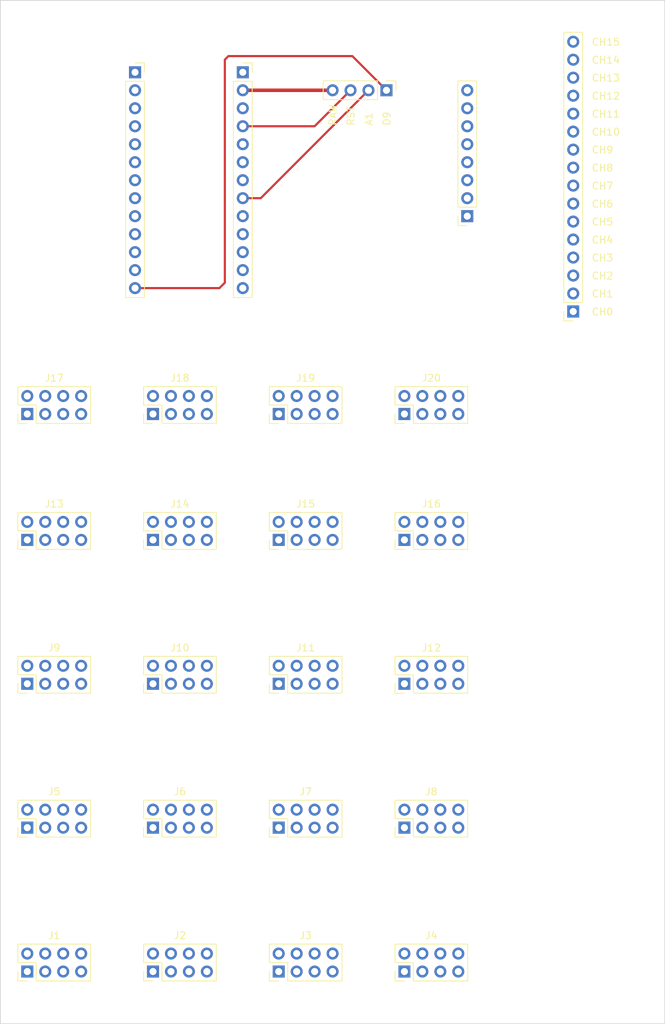
<source format=kicad_pcb>
(kicad_pcb (version 20221018) (generator pcbnew)
  (layers (0 "F.Cu" signal) (31 "B.Cu" power) (34 "B.Paste" user) (35 "F.Paste" user) (36 "B.SilkS" user "B.Silkscreen") (37 "F.SilkS" user "F.Silkscreen") (38 "B.Mask" user) (39 "F.Mask" user) (44 "Edge.Cuts" user))
  (net 0 "")
  (net 1 "GND")
  (net 2 "+3.3V")
  (net 4 "Net-(J1-Pin_4)")
  (net 6 "Net-(J1-Pin_6)")
  (net 7 "Net-(J1-Pin_7)")
  (net 8 "Net-(J1-Pin_8)")
  (net 10 "Net-(J10-Pin_4)")
  (net 13 "Net-(J11-Pin_4)")
  (net 16 "Net-(J12-Pin_4)")
  (net 18 "Net-(J25-Pin_1)")
  (net 20 "Net-(J22-Pin_3)")
  (net 21 "Net-(J25-Pin_2)")
  (net 23 "Net-(J25-Pin_3)")
  (net 25 "Net-(J25-Pin_4)")
  (net 27 "Net-(J25-Pin_5)")
  (net 29 "Net-(J10-Pin_6)")
  (net 30 "Net-(J10-Pin_3)")
  (net 32 "Net-(J11-Pin_3)")
  (net 34 "Net-(J12-Pin_3)")
  (net 36 "Net-(J13-Pin_3)")
  (net 38 "Net-(J13-Pin_6)")
  (net 39 "Net-(J14-Pin_3)")
  (net 41 "Net-(J15-Pin_3)")
  (net 43 "Net-(J16-Pin_3)")
  (net 45 "Net-(J17-Pin_3)")
  (net 47 "Net-(J17-Pin_6)")
  (net 48 "Net-(J18-Pin_3)")
  (net 50 "Net-(J19-Pin_3)")
  (net 52 "Net-(J20-Pin_3)")
  (net 54 "Net-(J21-Pin_1)")
  (net 55 "Net-(J21-Pin_2)")
  (net 56 "Net-(J21-Pin_3)")
  (net 57 "Net-(J21-Pin_4)")
  (net 60 "Net-(J23-Pin_9)")
  (net 61 "Net-(J23-Pin_10)")
  (net 62 "Net-(J23-Pin_11)")
  (net 63 "Net-(J23-Pin_12)")
  (net 64 "Net-(J23-Pin_13)")
  (footprint "Connector_PinHeader_2.54mm:PinHeader_2x04_P2.54mm_Vertical" (layer "F.Cu") (at 54.61 162.56 90)
    (fp_text reference "J1" (at 5.08 3.81 180) (layer "F.SilkS"))
    (fp_text value "Conn_02x04_Odd_Even" hide)
    (pad "1" thru_hole rect (at 0 0 90) (size 1.7 1.7) (drill 1) (layers "*.Cu" "*.Mask") (net 1 "GND"))
    (pad "2" thru_hole oval (at 2.54 0 90) (size 1.7 1.7) (drill 1) (layers "*.Cu" "*.Mask") (net 2 "+3.3V"))
    (pad "3" thru_hole oval (at 0 2.54 90) (size 1.7 1.7) (drill 1) (layers "*.Cu" "*.Mask"))
    (pad "4" thru_hole oval (at 2.54 2.54 90) (size 1.7 1.7) (drill 1) (layers "*.Cu" "*.Mask") (net 4 "Net-(J1-Pin_4)"))
    (pad "5" thru_hole oval (at 0 5.08 90) (size 1.7 1.7) (drill 1) (layers "*.Cu" "*.Mask"))
    (pad "6" thru_hole oval (at 2.54 5.08 90) (size 1.7 1.7) (drill 1) (layers "*.Cu" "*.Mask") (net 6 "Net-(J1-Pin_6)"))
    (pad "7" thru_hole oval (at 0 7.62 90) (size 1.7 1.7) (drill 1) (layers "*.Cu" "*.Mask") (net 7 "Net-(J1-Pin_7)"))
    (pad "8" thru_hole oval (at 2.54 7.62 90) (size 1.7 1.7) (drill 1) (layers "*.Cu" "*.Mask") (net 8 "Net-(J1-Pin_8)"))
  )
  (footprint "Connector_PinHeader_2.54mm:PinHeader_2x04_P2.54mm_Vertical" (layer "F.Cu") (at 72.39 121.92 90)
    (fp_text reference "J10" (at 5.08 3.81 180) (layer "F.SilkS"))
    (fp_text value "Conn_02x04_Odd_Even" hide)
    (pad "1" thru_hole rect (at 0 0 90) (size 1.7 1.7) (drill 1) (layers "*.Cu" "*.Mask") (net 1 "GND"))
    (pad "2" thru_hole oval (at 2.54 0 90) (size 1.7 1.7) (drill 1) (layers "*.Cu" "*.Mask") (net 2 "+3.3V"))
    (pad "3" thru_hole oval (at 0 2.54 90) (size 1.7 1.7) (drill 1) (layers "*.Cu" "*.Mask") (net 30 "Net-(J10-Pin_3)"))
    (pad "4" thru_hole oval (at 2.54 2.54 90) (size 1.7 1.7) (drill 1) (layers "*.Cu" "*.Mask") (net 10 "Net-(J10-Pin_4)"))
    (pad "5" thru_hole oval (at 0 5.08 90) (size 1.7 1.7) (drill 1) (layers "*.Cu" "*.Mask"))
    (pad "6" thru_hole oval (at 2.54 5.08 90) (size 1.7 1.7) (drill 1) (layers "*.Cu" "*.Mask") (net 29 "Net-(J10-Pin_6)"))
    (pad "7" thru_hole oval (at 0 7.62 90) (size 1.7 1.7) (drill 1) (layers "*.Cu" "*.Mask") (net 7 "Net-(J1-Pin_7)"))
    (pad "8" thru_hole oval (at 2.54 7.62 90) (size 1.7 1.7) (drill 1) (layers "*.Cu" "*.Mask") (net 8 "Net-(J1-Pin_8)"))
  )
  (footprint "Connector_PinHeader_2.54mm:PinHeader_2x04_P2.54mm_Vertical" (layer "F.Cu") (at 54.61 101.6 90)
    (fp_text reference "J13" (at 5.08 3.81 180) (layer "F.SilkS"))
    (fp_text value "Conn_02x04_Odd_Even" hide)
    (pad "1" thru_hole rect (at 0 0 90) (size 1.7 1.7) (drill 1) (layers "*.Cu" "*.Mask") (net 1 "GND"))
    (pad "2" thru_hole oval (at 2.54 0 90) (size 1.7 1.7) (drill 1) (layers "*.Cu" "*.Mask") (net 2 "+3.3V"))
    (pad "3" thru_hole oval (at 0 2.54 90) (size 1.7 1.7) (drill 1) (layers "*.Cu" "*.Mask") (net 36 "Net-(J13-Pin_3)"))
    (pad "4" thru_hole oval (at 2.54 2.54 90) (size 1.7 1.7) (drill 1) (layers "*.Cu" "*.Mask") (net 4 "Net-(J1-Pin_4)"))
    (pad "5" thru_hole oval (at 0 5.08 90) (size 1.7 1.7) (drill 1) (layers "*.Cu" "*.Mask"))
    (pad "6" thru_hole oval (at 2.54 5.08 90) (size 1.7 1.7) (drill 1) (layers "*.Cu" "*.Mask") (net 38 "Net-(J13-Pin_6)"))
    (pad "7" thru_hole oval (at 0 7.62 90) (size 1.7 1.7) (drill 1) (layers "*.Cu" "*.Mask") (net 7 "Net-(J1-Pin_7)"))
    (pad "8" thru_hole oval (at 2.54 7.62 90) (size 1.7 1.7) (drill 1) (layers "*.Cu" "*.Mask") (net 8 "Net-(J1-Pin_8)"))
  )
  (footprint "Connector_PinHeader_2.54mm:PinHeader_2x04_P2.54mm_Vertical" (layer "F.Cu") (at 72.39 101.6 90)
    (fp_text reference "J14" (at 5.08 3.81 180) (layer "F.SilkS"))
    (fp_text value "Conn_02x04_Odd_Even" hide)
    (pad "1" thru_hole rect (at 0 0 90) (size 1.7 1.7) (drill 1) (layers "*.Cu" "*.Mask") (net 1 "GND"))
    (pad "2" thru_hole oval (at 2.54 0 90) (size 1.7 1.7) (drill 1) (layers "*.Cu" "*.Mask") (net 2 "+3.3V"))
    (pad "3" thru_hole oval (at 0 2.54 90) (size 1.7 1.7) (drill 1) (layers "*.Cu" "*.Mask") (net 39 "Net-(J14-Pin_3)"))
    (pad "4" thru_hole oval (at 2.54 2.54 90) (size 1.7 1.7) (drill 1) (layers "*.Cu" "*.Mask") (net 10 "Net-(J10-Pin_4)"))
    (pad "5" thru_hole oval (at 0 5.08 90) (size 1.7 1.7) (drill 1) (layers "*.Cu" "*.Mask"))
    (pad "6" thru_hole oval (at 2.54 5.08 90) (size 1.7 1.7) (drill 1) (layers "*.Cu" "*.Mask") (net 38 "Net-(J13-Pin_6)"))
    (pad "7" thru_hole oval (at 0 7.62 90) (size 1.7 1.7) (drill 1) (layers "*.Cu" "*.Mask") (net 7 "Net-(J1-Pin_7)"))
    (pad "8" thru_hole oval (at 2.54 7.62 90) (size 1.7 1.7) (drill 1) (layers "*.Cu" "*.Mask") (net 8 "Net-(J1-Pin_8)"))
  )
  (footprint "Connector_PinHeader_2.54mm:PinHeader_2x04_P2.54mm_Vertical" (layer "F.Cu") (at 72.39 162.56 90)
    (fp_text reference "J2" (at 5.08 3.81 180) (layer "F.SilkS"))
    (fp_text value "Conn_02x04_Odd_Even" hide)
    (pad "1" thru_hole rect (at 0 0 90) (size 1.7 1.7) (drill 1) (layers "*.Cu" "*.Mask") (net 1 "GND"))
    (pad "2" thru_hole oval (at 2.54 0 90) (size 1.7 1.7) (drill 1) (layers "*.Cu" "*.Mask") (net 2 "+3.3V"))
    (pad "3" thru_hole oval (at 0 2.54 90) (size 1.7 1.7) (drill 1) (layers "*.Cu" "*.Mask"))
    (pad "4" thru_hole oval (at 2.54 2.54 90) (size 1.7 1.7) (drill 1) (layers "*.Cu" "*.Mask") (net 10 "Net-(J10-Pin_4)"))
    (pad "5" thru_hole oval (at 0 5.08 90) (size 1.7 1.7) (drill 1) (layers "*.Cu" "*.Mask"))
    (pad "6" thru_hole oval (at 2.54 5.08 90) (size 1.7 1.7) (drill 1) (layers "*.Cu" "*.Mask") (net 6 "Net-(J1-Pin_6)"))
    (pad "7" thru_hole oval (at 0 7.62 90) (size 1.7 1.7) (drill 1) (layers "*.Cu" "*.Mask") (net 7 "Net-(J1-Pin_7)"))
    (pad "8" thru_hole oval (at 2.54 7.62 90) (size 1.7 1.7) (drill 1) (layers "*.Cu" "*.Mask") (net 8 "Net-(J1-Pin_8)"))
  )
  (footprint "Connector_PinHeader_2.54mm:PinHeader_2x04_P2.54mm_Vertical" (layer "F.Cu") (at 72.39 142.24 90)
    (fp_text reference "J6" (at 5.08 3.81 180) (layer "F.SilkS"))
    (fp_text value "Conn_02x04_Odd_Even" hide)
    (pad "1" thru_hole rect (at 0 0 90) (size 1.7 1.7) (drill 1) (layers "*.Cu" "*.Mask") (net 1 "GND"))
    (pad "2" thru_hole oval (at 2.54 0 90) (size 1.7 1.7) (drill 1) (layers "*.Cu" "*.Mask") (net 2 "+3.3V"))
    (pad "3" thru_hole oval (at 0 2.54 90) (size 1.7 1.7) (drill 1) (layers "*.Cu" "*.Mask") (net 21 "Net-(J25-Pin_2)"))
    (pad "4" thru_hole oval (at 2.54 2.54 90) (size 1.7 1.7) (drill 1) (layers "*.Cu" "*.Mask") (net 10 "Net-(J10-Pin_4)"))
    (pad "5" thru_hole oval (at 0 5.08 90) (size 1.7 1.7) (drill 1) (layers "*.Cu" "*.Mask"))
    (pad "6" thru_hole oval (at 2.54 5.08 90) (size 1.7 1.7) (drill 1) (layers "*.Cu" "*.Mask") (net 20 "Net-(J22-Pin_3)"))
    (pad "7" thru_hole oval (at 0 7.62 90) (size 1.7 1.7) (drill 1) (layers "*.Cu" "*.Mask") (net 7 "Net-(J1-Pin_7)"))
    (pad "8" thru_hole oval (at 2.54 7.62 90) (size 1.7 1.7) (drill 1) (layers "*.Cu" "*.Mask") (net 8 "Net-(J1-Pin_8)"))
  )
  (footprint "Connector_PinHeader_2.54mm:PinHeader_2x04_P2.54mm_Vertical" (layer "F.Cu") (at 107.95 142.24 90)
    (fp_text reference "J8" (at 5.08 3.81 180) (layer "F.SilkS"))
    (fp_text value "Conn_02x04_Odd_Even" hide)
    (pad "1" thru_hole rect (at 0 0 90) (size 1.7 1.7) (drill 1) (layers "*.Cu" "*.Mask") (net 1 "GND"))
    (pad "2" thru_hole oval (at 2.54 0 90) (size 1.7 1.7) (drill 1) (layers "*.Cu" "*.Mask") (net 2 "+3.3V"))
    (pad "3" thru_hole oval (at 0 2.54 90) (size 1.7 1.7) (drill 1) (layers "*.Cu" "*.Mask") (net 25 "Net-(J25-Pin_4)"))
    (pad "4" thru_hole oval (at 2.54 2.54 90) (size 1.7 1.7) (drill 1) (layers "*.Cu" "*.Mask") (net 16 "Net-(J12-Pin_4)"))
    (pad "5" thru_hole oval (at 0 5.08 90) (size 1.7 1.7) (drill 1) (layers "*.Cu" "*.Mask"))
    (pad "6" thru_hole oval (at 2.54 5.08 90) (size 1.7 1.7) (drill 1) (layers "*.Cu" "*.Mask") (net 20 "Net-(J22-Pin_3)"))
    (pad "7" thru_hole oval (at 0 7.62 90) (size 1.7 1.7) (drill 1) (layers "*.Cu" "*.Mask") (net 7 "Net-(J1-Pin_7)"))
    (pad "8" thru_hole oval (at 2.54 7.62 90) (size 1.7 1.7) (drill 1) (layers "*.Cu" "*.Mask") (net 8 "Net-(J1-Pin_8)"))
  )
  (footprint "Connector_PinHeader_2.54mm:PinHeader_2x04_P2.54mm_Vertical" (layer "F.Cu") (at 72.39 83.82 90)
    (fp_text reference "J18" (at 5.08 3.81 180) (layer "F.SilkS"))
    (fp_text value "Conn_02x04_Odd_Even" hide)
    (pad "1" thru_hole rect (at 0 0 90) (size 1.7 1.7) (drill 1) (layers "*.Cu" "*.Mask") (net 1 "GND"))
    (pad "2" thru_hole oval (at 2.54 0 90) (size 1.7 1.7) (drill 1) (layers "*.Cu" "*.Mask") (net 2 "+3.3V"))
    (pad "3" thru_hole oval (at 0 2.54 90) (size 1.7 1.7) (drill 1) (layers "*.Cu" "*.Mask") (net 48 "Net-(J18-Pin_3)"))
    (pad "4" thru_hole oval (at 2.54 2.54 90) (size 1.7 1.7) (drill 1) (layers "*.Cu" "*.Mask") (net 10 "Net-(J10-Pin_4)"))
    (pad "5" thru_hole oval (at 0 5.08 90) (size 1.7 1.7) (drill 1) (layers "*.Cu" "*.Mask"))
    (pad "6" thru_hole oval (at 2.54 5.08 90) (size 1.7 1.7) (drill 1) (layers "*.Cu" "*.Mask") (net 47 "Net-(J17-Pin_6)"))
    (pad "7" thru_hole oval (at 0 7.62 90) (size 1.7 1.7) (drill 1) (layers "*.Cu" "*.Mask") (net 7 "Net-(J1-Pin_7)"))
    (pad "8" thru_hole oval (at 2.54 7.62 90) (size 1.7 1.7) (drill 1) (layers "*.Cu" "*.Mask") (net 8 "Net-(J1-Pin_8)"))
  )
  (footprint "Connector_PinHeader_2.54mm:PinHeader_2x04_P2.54mm_Vertical" (layer "F.Cu") (at 90.17 101.6 90)
    (fp_text reference "J15" (at 5.08 3.81 180) (layer "F.SilkS"))
    (fp_text value "Conn_02x04_Odd_Even" hide)
    (pad "1" thru_hole rect (at 0 0 90) (size 1.7 1.7) (drill 1) (layers "*.Cu" "*.Mask") (net 1 "GND"))
    (pad "2" thru_hole oval (at 2.54 0 90) (size 1.7 1.7) (drill 1) (layers "*.Cu" "*.Mask") (net 2 "+3.3V"))
    (pad "3" thru_hole oval (at 0 2.54 90) (size 1.7 1.7) (drill 1) (layers "*.Cu" "*.Mask") (net 41 "Net-(J15-Pin_3)"))
    (pad "4" thru_hole oval (at 2.54 2.54 90) (size 1.7 1.7) (drill 1) (layers "*.Cu" "*.Mask") (net 13 "Net-(J11-Pin_4)"))
    (pad "5" thru_hole oval (at 0 5.08 90) (size 1.7 1.7) (drill 1) (layers "*.Cu" "*.Mask"))
    (pad "6" thru_hole oval (at 2.54 5.08 90) (size 1.7 1.7) (drill 1) (layers "*.Cu" "*.Mask") (net 38 "Net-(J13-Pin_6)"))
    (pad "7" thru_hole oval (at 0 7.62 90) (size 1.7 1.7) (drill 1) (layers "*.Cu" "*.Mask") (net 7 "Net-(J1-Pin_7)"))
    (pad "8" thru_hole oval (at 2.54 7.62 90) (size 1.7 1.7) (drill 1) (layers "*.Cu" "*.Mask") (net 8 "Net-(J1-Pin_8)"))
  )
  (footprint "Connector_PinSocket_2.54mm:PinSocket_1x13_P2.54mm_Vertical" (layer "F.Cu") (at 69.85 35.56)
    (fp_text reference "J22" hide)
    (fp_text value "Conn_01x13_Pin" hide)
    (pad "1" thru_hole rect (at 0 0) (size 1.7 1.7) (drill 1) (layers "*.Cu" "*.Mask"))
    (pad "2" thru_hole oval (at 0 2.54) (size 1.7 1.7) (drill 1) (layers "*.Cu" "*.Mask") (net 6 "Net-(J1-Pin_6)"))
    (pad "3" thru_hole oval (at 0 5.08) (size 1.7 1.7) (drill 1) (layers "*.Cu" "*.Mask") (net 20 "Net-(J22-Pin_3)"))
    (pad "4" thru_hole oval (at 0 7.62) (size 1.7 1.7) (drill 1) (layers "*.Cu" "*.Mask") (net 1 "GND"))
    (pad "5" thru_hole oval (at 0 10.16) (size 1.7 1.7) (drill 1) (layers "*.Cu" "*.Mask") (net 1 "GND"))
    (pad "6" thru_hole oval (at 0 12.7) (size 1.7 1.7) (drill 1) (layers "*.Cu" "*.Mask") (net 29 "Net-(J10-Pin_6)"))
    (pad "7" thru_hole oval (at 0 15.24) (size 1.7 1.7) (drill 1) (layers "*.Cu" "*.Mask") (net 38 "Net-(J13-Pin_6)"))
    (pad "8" thru_hole oval (at 0 17.78) (size 1.7 1.7) (drill 1) (layers "*.Cu" "*.Mask") (net 47 "Net-(J17-Pin_6)"))
    (pad "9" thru_hole oval (at 0 20.32) (size 1.7 1.7) (drill 1) (layers "*.Cu" "*.Mask") (net 4 "Net-(J1-Pin_4)"))
    (pad "10" thru_hole oval (at 0 22.86) (size 1.7 1.7) (drill 1) (layers "*.Cu" "*.Mask") (net 10 "Net-(J10-Pin_4)"))
    (pad "11" thru_hole oval (at 0 25.4) (size 1.7 1.7) (drill 1) (layers "*.Cu" "*.Mask") (net 13 "Net-(J11-Pin_4)"))
    (pad "12" thru_hole oval (at 0 27.94) (size 1.7 1.7) (drill 1) (layers "*.Cu" "*.Mask") (net 16 "Net-(J12-Pin_4)"))
    (pad "13" thru_hole oval (at 0 30.48) (size 1.7 1.7) (drill 1) (layers "*.Cu" "*.Mask") (net 54 "Net-(J21-Pin_1)"))
  )
  (footprint "Connector_PinHeader_2.54mm:PinHeader_2x04_P2.54mm_Vertical" (layer "F.Cu") (at 107.95 101.6 90)
    (fp_text reference "J16" (at 5.08 3.81 180) (layer "F.SilkS"))
    (fp_text value "Conn_02x04_Odd_Even" hide)
    (pad "1" thru_hole rect (at 0 0 90) (size 1.7 1.7) (drill 1) (layers "*.Cu" "*.Mask") (net 1 "GND"))
    (pad "2" thru_hole oval (at 2.54 0 90) (size 1.7 1.7) (drill 1) (layers "*.Cu" "*.Mask") (net 2 "+3.3V"))
    (pad "3" thru_hole oval (at 0 2.54 90) (size 1.7 1.7) (drill 1) (layers "*.Cu" "*.Mask") (net 43 "Net-(J16-Pin_3)"))
    (pad "4" thru_hole oval (at 2.54 2.54 90) (size 1.7 1.7) (drill 1) (layers "*.Cu" "*.Mask") (net 16 "Net-(J12-Pin_4)"))
    (pad "5" thru_hole oval (at 0 5.08 90) (size 1.7 1.7) (drill 1) (layers "*.Cu" "*.Mask"))
    (pad "6" thru_hole oval (at 2.54 5.08 90) (size 1.7 1.7) (drill 1) (layers "*.Cu" "*.Mask") (net 38 "Net-(J13-Pin_6)"))
    (pad "7" thru_hole oval (at 0 7.62 90) (size 1.7 1.7) (drill 1) (layers "*.Cu" "*.Mask") (net 7 "Net-(J1-Pin_7)"))
    (pad "8" thru_hole oval (at 2.54 7.62 90) (size 1.7 1.7) (drill 1) (layers "*.Cu" "*.Mask") (net 8 "Net-(J1-Pin_8)"))
  )
  (footprint "Connector_PinHeader_2.54mm:PinHeader_2x04_P2.54mm_Vertical" (layer "F.Cu") (at 90.17 121.92 90)
    (fp_text reference "J11" (at 5.08 3.81 180) (layer "F.SilkS"))
    (fp_text value "Conn_02x04_Odd_Even" hide)
    (pad "1" thru_hole rect (at 0 0 90) (size 1.7 1.7) (drill 1) (layers "*.Cu" "*.Mask") (net 1 "GND"))
    (pad "2" thru_hole oval (at 2.54 0 90) (size 1.7 1.7) (drill 1) (layers "*.Cu" "*.Mask") (net 2 "+3.3V"))
    (pad "3" thru_hole oval (at 0 2.54 90) (size 1.7 1.7) (drill 1) (layers "*.Cu" "*.Mask") (net 32 "Net-(J11-Pin_3)"))
    (pad "4" thru_hole oval (at 2.54 2.54 90) (size 1.7 1.7) (drill 1) (layers "*.Cu" "*.Mask") (net 13 "Net-(J11-Pin_4)"))
    (pad "5" thru_hole oval (at 0 5.08 90) (size 1.7 1.7) (drill 1) (layers "*.Cu" "*.Mask"))
    (pad "6" thru_hole oval (at 2.54 5.08 90) (size 1.7 1.7) (drill 1) (layers "*.Cu" "*.Mask") (net 29 "Net-(J10-Pin_6)"))
    (pad "7" thru_hole oval (at 0 7.62 90) (size 1.7 1.7) (drill 1) (layers "*.Cu" "*.Mask") (net 7 "Net-(J1-Pin_7)"))
    (pad "8" thru_hole oval (at 2.54 7.62 90) (size 1.7 1.7) (drill 1) (layers "*.Cu" "*.Mask") (net 8 "Net-(J1-Pin_8)"))
  )
  (footprint "Connector_PinHeader_2.54mm:PinHeader_2x04_P2.54mm_Vertical" (layer "F.Cu") (at 107.95 83.82 90)
    (fp_text reference "J20" (at 5.08 3.81 180) (layer "F.SilkS"))
    (fp_text value "Conn_02x04_Odd_Even" hide)
    (pad "1" thru_hole rect (at 0 0 90) (size 1.7 1.7) (drill 1) (layers "*.Cu" "*.Mask") (net 1 "GND"))
    (pad "2" thru_hole oval (at 2.54 0 90) (size 1.7 1.7) (drill 1) (layers "*.Cu" "*.Mask") (net 2 "+3.3V"))
    (pad "3" thru_hole oval (at 0 2.54 90) (size 1.7 1.7) (drill 1) (layers "*.Cu" "*.Mask") (net 52 "Net-(J20-Pin_3)"))
    (pad "4" thru_hole oval (at 2.54 2.54 90) (size 1.7 1.7) (drill 1) (layers "*.Cu" "*.Mask") (net 16 "Net-(J12-Pin_4)"))
    (pad "5" thru_hole oval (at 0 5.08 90) (size 1.7 1.7) (drill 1) (layers "*.Cu" "*.Mask"))
    (pad "6" thru_hole oval (at 2.54 5.08 90) (size 1.7 1.7) (drill 1) (layers "*.Cu" "*.Mask") (net 47 "Net-(J17-Pin_6)"))
    (pad "7" thru_hole oval (at 0 7.62 90) (size 1.7 1.7) (drill 1) (layers "*.Cu" "*.Mask") (net 7 "Net-(J1-Pin_7)"))
    (pad "8" thru_hole oval (at 2.54 7.62 90) (size 1.7 1.7) (drill 1) (layers "*.Cu" "*.Mask") (net 8 "Net-(J1-Pin_8)"))
  )
  (footprint "Connector_PinSocket_2.54mm:PinSocket_1x16_P2.54mm_Vertical" (layer "F.Cu") (at 131.826 69.342 180)
    (fp_text reference "J25" hide)
    (fp_text value "Conn_01x16_Pin" hide)
    (pad "1" thru_hole rect (at 0 0 180) (size 1.7 1.7) (drill 1) (layers "*.Cu" "*.Mask") (net 18 "Net-(J25-Pin_1)"))
    (pad "2" thru_hole oval (at 0 2.54 180) (size 1.7 1.7) (drill 1) (layers "*.Cu" "*.Mask") (net 21 "Net-(J25-Pin_2)"))
    (pad "3" thru_hole oval (at 0 5.08 180) (size 1.7 1.7) (drill 1) (layers "*.Cu" "*.Mask") (net 23 "Net-(J25-Pin_3)"))
    (pad "4" thru_hole oval (at 0 7.62 180) (size 1.7 1.7) (drill 1) (layers "*.Cu" "*.Mask") (net 25 "Net-(J25-Pin_4)"))
    (pad "5" thru_hole oval (at 0 10.16 180) (size 1.7 1.7) (drill 1) (layers "*.Cu" "*.Mask") (net 27 "Net-(J25-Pin_5)"))
    (pad "6" thru_hole oval (at 0 12.7 180) (size 1.7 1.7) (drill 1) (layers "*.Cu" "*.Mask") (net 30 "Net-(J10-Pin_3)"))
    (pad "7" thru_hole oval (at 0 15.24 180) (size 1.7 1.7) (drill 1) (layers "*.Cu" "*.Mask") (net 32 "Net-(J11-Pin_3)"))
    (pad "8" thru_hole oval (at 0 17.78 180) (size 1.7 1.7) (drill 1) (layers "*.Cu" "*.Mask") (net 34 "Net-(J12-Pin_3)"))
    (pad "9" thru_hole oval (at 0 20.32 180) (size 1.7 1.7) (drill 1) (layers "*.Cu" "*.Mask") (net 36 "Net-(J13-Pin_3)"))
    (pad "10" thru_hole oval (at 0 22.86 180) (size 1.7 1.7) (drill 1) (layers "*.Cu" "*.Mask") (net 39 "Net-(J14-Pin_3)"))
    (pad "11" thru_hole oval (at 0 25.4 180) (size 1.7 1.7) (drill 1) (layers "*.Cu" "*.Mask") (net 41 "Net-(J15-Pin_3)"))
    (pad "12" thru_hole oval (at 0 27.94 180) (size 1.7 1.7) (drill 1) (layers "*.Cu" "*.Mask") (net 43 "Net-(J16-Pin_3)"))
    (pad "13" thru_hole oval (at 0 30.48 180) (size 1.7 1.7) (drill 1) (layers "*.Cu" "*.Mask") (net 45 "Net-(J17-Pin_3)"))
    (pad "14" thru_hole oval (at 0 33.02 180) (size 1.7 1.7) (drill 1) (layers "*.Cu" "*.Mask") (net 48 "Net-(J18-Pin_3)"))
    (pad "15" thru_hole oval (at 0 35.56 180) (size 1.7 1.7) (drill 1) (layers "*.Cu" "*.Mask") (net 50 "Net-(J19-Pin_3)"))
    (pad "16" thru_hole oval (at 0 38.1 180) (size 1.7 1.7) (drill 1) (layers "*.Cu" "*.Mask") (net 52 "Net-(J20-Pin_3)"))
  )
  (footprint "Connector_PinHeader_2.54mm:PinHeader_2x04_P2.54mm_Vertical" (layer "F.Cu") (at 90.17 83.82 90)
    (fp_text reference "J19" (at 5.08 3.81 180) (layer "F.SilkS"))
    (fp_text value "Conn_02x04_Odd_Even" hide)
    (pad "1" thru_hole rect (at 0 0 90) (size 1.7 1.7) (drill 1) (layers "*.Cu" "*.Mask") (net 1 "GND"))
    (pad "2" thru_hole oval (at 2.54 0 90) (size 1.7 1.7) (drill 1) (layers "*.Cu" "*.Mask") (net 2 "+3.3V"))
    (pad "3" thru_hole oval (at 0 2.54 90) (size 1.7 1.7) (drill 1) (layers "*.Cu" "*.Mask") (net 50 "Net-(J19-Pin_3)"))
    (pad "4" thru_hole oval (at 2.54 2.54 90) (size 1.7 1.7) (drill 1) (layers "*.Cu" "*.Mask") (net 13 "Net-(J11-Pin_4)"))
    (pad "5" thru_hole oval (at 0 5.08 90) (size 1.7 1.7) (drill 1) (layers "*.Cu" "*.Mask"))
    (pad "6" thru_hole oval (at 2.54 5.08 90) (size 1.7 1.7) (drill 1) (layers "*.Cu" "*.Mask") (net 47 "Net-(J17-Pin_6)"))
    (pad "7" thru_hole oval (at 0 7.62 90) (size 1.7 1.7) (drill 1) (layers "*.Cu" "*.Mask") (net 7 "Net-(J1-Pin_7)"))
    (pad "8" thru_hole oval (at 2.54 7.62 90) (size 1.7 1.7) (drill 1) (layers "*.Cu" "*.Mask") (net 8 "Net-(J1-Pin_8)"))
  )
  (footprint "Connector_PinHeader_2.54mm:PinHeader_2x04_P2.54mm_Vertical" (layer "F.Cu") (at 54.61 121.92 90)
    (fp_text reference "J9" (at 5.08 3.81 180) (layer "F.SilkS"))
    (fp_text value "Conn_02x04_Odd_Even" hide)
    (pad "1" thru_hole rect (at 0 0 90) (size 1.7 1.7) (drill 1) (layers "*.Cu" "*.Mask") (net 1 "GND"))
    (pad "2" thru_hole oval (at 2.54 0 90) (size 1.7 1.7) (drill 1) (layers "*.Cu" "*.Mask") (net 2 "+3.3V"))
    (pad "3" thru_hole oval (at 0 2.54 90) (size 1.7 1.7) (drill 1) (layers "*.Cu" "*.Mask") (net 27 "Net-(J25-Pin_5)"))
    (pad "4" thru_hole oval (at 2.54 2.54 90) (size 1.7 1.7) (drill 1) (layers "*.Cu" "*.Mask") (net 4 "Net-(J1-Pin_4)"))
    (pad "5" thru_hole oval (at 0 5.08 90) (size 1.7 1.7) (drill 1) (layers "*.Cu" "*.Mask"))
    (pad "6" thru_hole oval (at 2.54 5.08 90) (size 1.7 1.7) (drill 1) (layers "*.Cu" "*.Mask") (net 29 "Net-(J10-Pin_6)"))
    (pad "7" thru_hole oval (at 0 7.62 90) (size 1.7 1.7) (drill 1) (layers "*.Cu" "*.Mask") (net 7 "Net-(J1-Pin_7)"))
    (pad "8" thru_hole oval (at 2.54 7.62 90) (size 1.7 1.7) (drill 1) (layers "*.Cu" "*.Mask") (net 8 "Net-(J1-Pin_8)"))
  )
  (footprint "Connector_PinSocket_2.54mm:PinSocket_1x13_P2.54mm_Vertical" (layer "F.Cu") (at 85.09 35.56)
    (fp_text reference "J23" hide)
    (fp_text value "Conn_01x13_Pin" hide)
    (pad "1" thru_hole rect (at 0 0) (size 1.7 1.7) (drill 1) (layers "*.Cu" "*.Mask"))
    (pad "2" thru_hole oval (at 0 2.54) (size 1.7 1.7) (drill 1) (layers "*.Cu" "*.Mask") (net 57 "Net-(J21-Pin_4)"))
    (pad "3" thru_hole oval (at 0 5.08) (size 1.7 1.7) (drill 1) (layers "*.Cu" "*.Mask") (net 1 "GND"))
    (pad "4" thru_hole oval (at 0 7.62) (size 1.7 1.7) (drill 1) (layers "*.Cu" "*.Mask") (net 56 "Net-(J21-Pin_3)"))
    (pad "5" thru_hole oval (at 0 10.16) (size 1.7 1.7) (drill 1) (layers "*.Cu" "*.Mask") (net 2 "+3.3V"))
    (pad "6" thru_hole oval (at 0 12.7) (size 1.7 1.7) (drill 1) (layers "*.Cu" "*.Mask") (net 7 "Net-(J1-Pin_7)"))
    (pad "7" thru_hole oval (at 0 15.24) (size 1.7 1.7) (drill 1) (layers "*.Cu" "*.Mask") (net 8 "Net-(J1-Pin_8)"))
    (pad "8" thru_hole oval (at 0 17.78) (size 1.7 1.7) (drill 1) (layers "*.Cu" "*.Mask") (net 55 "Net-(J21-Pin_2)"))
    (pad "9" thru_hole oval (at 0 20.32) (size 1.7 1.7) (drill 1) (layers "*.Cu" "*.Mask") (net 60 "Net-(J23-Pin_9)"))
    (pad "10" thru_hole oval (at 0 22.86) (size 1.7 1.7) (drill 1) (layers "*.Cu" "*.Mask") (net 61 "Net-(J23-Pin_10)"))
    (pad "11" thru_hole oval (at 0 25.4) (size 1.7 1.7) (drill 1) (layers "*.Cu" "*.Mask") (net 62 "Net-(J23-Pin_11)"))
    (pad "12" thru_hole oval (at 0 27.94) (size 1.7 1.7) (drill 1) (layers "*.Cu" "*.Mask") (net 63 "Net-(J23-Pin_12)"))
    (pad "13" thru_hole oval (at 0 30.48) (size 1.7 1.7) (drill 1) (layers "*.Cu" "*.Mask") (net 64 "Net-(J23-Pin_13)"))
  )
  (footprint "Connector_PinHeader_2.54mm:PinHeader_2x04_P2.54mm_Vertical" (layer "F.Cu") (at 90.17 142.24 90)
    (fp_text reference "J7" (at 5.08 3.81 180) (layer "F.SilkS"))
    (fp_text value "Conn_02x04_Odd_Even" hide)
    (pad "1" thru_hole rect (at 0 0 90) (size 1.7 1.7) (drill 1) (layers "*.Cu" "*.Mask") (net 1 "GND"))
    (pad "2" thru_hole oval (at 2.54 0 90) (size 1.7 1.7) (drill 1) (layers "*.Cu" "*.Mask") (net 2 "+3.3V"))
    (pad "3" thru_hole oval (at 0 2.54 90) (size 1.7 1.7) (drill 1) (layers "*.Cu" "*.Mask") (net 23 "Net-(J25-Pin_3)"))
    (pad "4" thru_hole oval (at 2.54 2.54 90) (size 1.7 1.7) (drill 1) (layers "*.Cu" "*.Mask") (net 13 "Net-(J11-Pin_4)"))
    (pad "5" thru_hole oval (at 0 5.08 90) (size 1.7 1.7) (drill 1) (layers "*.Cu" "*.Mask"))
    (pad "6" thru_hole oval (at 2.54 5.08 90) (size 1.7 1.7) (drill 1) (layers "*.Cu" "*.Mask") (net 20 "Net-(J22-Pin_3)"))
    (pad "7" thru_hole oval (at 0 7.62 90) (size 1.7 1.7) (drill 1) (layers "*.Cu" "*.Mask") (net 7 "Net-(J1-Pin_7)"))
    (pad "8" thru_hole oval (at 2.54 7.62 90) (size 1.7 1.7) (drill 1) (layers "*.Cu" "*.Mask") (net 8 "Net-(J1-Pin_8)"))
  )
  (footprint "Connector_PinHeader_2.54mm:PinHeader_2x04_P2.54mm_Vertical" (layer "F.Cu") (at 54.61 142.24 90)
    (fp_text reference "J5" (at 5.08 3.81 180) (layer "F.SilkS"))
    (fp_text value "Conn_02x04_Odd_Even" hide)
    (pad "1" thru_hole rect (at 0 0 90) (size 1.7 1.7) (drill 1) (layers "*.Cu" "*.Mask") (net 1 "GND"))
    (pad "2" thru_hole oval (at 2.54 0 90) (size 1.7 1.7) (drill 1) (layers "*.Cu" "*.Mask") (net 2 "+3.3V"))
    (pad "3" thru_hole oval (at 0 2.54 90) (size 1.7 1.7) (drill 1) (layers "*.Cu" "*.Mask") (net 18 "Net-(J25-Pin_1)"))
    (pad "4" thru_hole oval (at 2.54 2.54 90) (size 1.7 1.7) (drill 1) (layers "*.Cu" "*.Mask") (net 4 "Net-(J1-Pin_4)"))
    (pad "5" thru_hole oval (at 0 5.08 90) (size 1.7 1.7) (drill 1) (layers "*.Cu" "*.Mask"))
    (pad "6" thru_hole oval (at 2.54 5.08 90) (size 1.7 1.7) (drill 1) (layers "*.Cu" "*.Mask") (net 20 "Net-(J22-Pin_3)"))
    (pad "7" thru_hole oval (at 0 7.62 90) (size 1.7 1.7) (drill 1) (layers "*.Cu" "*.Mask") (net 7 "Net-(J1-Pin_7)"))
    (pad "8" thru_hole oval (at 2.54 7.62 90) (size 1.7 1.7) (drill 1) (layers "*.Cu" "*.Mask") (net 8 "Net-(J1-Pin_8)"))
  )
  (footprint "Connector_PinSocket_2.54mm:PinSocket_1x08_P2.54mm_Vertical" (layer "F.Cu") (at 116.84 55.88 180)
    (fp_text reference "J24" hide)
    (fp_text value "Conn_01x08_Pin" hide)
    (pad "1" thru_hole rect (at 0 0 180) (size 1.7 1.7) (drill 1) (layers "*.Cu" "*.Mask") (net 1 "GND"))
    (pad "2" thru_hole oval (at 0 2.54 180) (size 1.7 1.7) (drill 1) (layers "*.Cu" "*.Mask") (net 2 "+3.3V"))
    (pad "3" thru_hole oval (at 0 5.08 180) (size 1.7 1.7) (drill 1) (layers "*.Cu" "*.Mask") (net 1 "GND"))
    (pad "4" thru_hole oval (at 0 7.62 180) (size 1.7 1.7) (drill 1) (layers "*.Cu" "*.Mask") (net 64 "Net-(J23-Pin_13)"))
    (pad "5" thru_hole oval (at 0 10.16 180) (size 1.7 1.7) (drill 1) (layers "*.Cu" "*.Mask") (net 63 "Net-(J23-Pin_12)"))
    (pad "6" thru_hole oval (at 0 12.7 180) (size 1.7 1.7) (drill 1) (layers "*.Cu" "*.Mask") (net 62 "Net-(J23-Pin_11)"))
    (pad "7" thru_hole oval (at 0 15.24 180) (size 1.7 1.7) (drill 1) (layers "*.Cu" "*.Mask") (net 61 "Net-(J23-Pin_10)"))
    (pad "8" thru_hole oval (at 0 17.78 180) (size 1.7 1.7) (drill 1) (layers "*.Cu" "*.Mask") (net 60 "Net-(J23-Pin_9)"))
  )
  (footprint "Connector_PinHeader_2.54mm:PinHeader_2x04_P2.54mm_Vertical" (layer "F.Cu") (at 90.17 162.56 90)
    (fp_text reference "J3" (at 5.08 3.81 180) (layer "F.SilkS"))
    (fp_text value "Conn_02x04_Odd_Even" hide)
    (pad "1" thru_hole rect (at 0 0 90) (size 1.7 1.7) (drill 1) (layers "*.Cu" "*.Mask") (net 1 "GND"))
    (pad "2" thru_hole oval (at 2.54 0 90) (size 1.7 1.7) (drill 1) (layers "*.Cu" "*.Mask") (net 2 "+3.3V"))
    (pad "3" thru_hole oval (at 0 2.54 90) (size 1.7 1.7) (drill 1) (layers "*.Cu" "*.Mask"))
    (pad "4" thru_hole oval (at 2.54 2.54 90) (size 1.7 1.7) (drill 1) (layers "*.Cu" "*.Mask") (net 13 "Net-(J11-Pin_4)"))
    (pad "5" thru_hole oval (at 0 5.08 90) (size 1.7 1.7) (drill 1) (layers "*.Cu" "*.Mask"))
    (pad "6" thru_hole oval (at 2.54 5.08 90) (size 1.7 1.7) (drill 1) (layers "*.Cu" "*.Mask") (net 6 "Net-(J1-Pin_6)"))
    (pad "7" thru_hole oval (at 0 7.62 90) (size 1.7 1.7) (drill 1) (layers "*.Cu" "*.Mask") (net 7 "Net-(J1-Pin_7)"))
    (pad "8" thru_hole oval (at 2.54 7.62 90) (size 1.7 1.7) (drill 1) (layers "*.Cu" "*.Mask") (net 8 "Net-(J1-Pin_8)"))
  )
  (footprint "Connector_PinHeader_2.54mm:PinHeader_2x04_P2.54mm_Vertical" (layer "F.Cu") (at 107.95 162.56 90)
    (fp_text reference "J4" (at 5.08 3.81 180) (layer "F.SilkS"))
    (fp_text value "Conn_02x04_Odd_Even" hide)
    (pad "1" thru_hole rect (at 0 0 90) (size 1.7 1.7) (drill 1) (layers "*.Cu" "*.Mask") (net 1 "GND"))
    (pad "2" thru_hole oval (at 2.54 0 90) (size 1.7 1.7) (drill 1) (layers "*.Cu" "*.Mask") (net 2 "+3.3V"))
    (pad "3" thru_hole oval (at 0 2.54 90) (size 1.7 1.7) (drill 1) (layers "*.Cu" "*.Mask"))
    (pad "4" thru_hole oval (at 2.54 2.54 90) (size 1.7 1.7) (drill 1) (layers "*.Cu" "*.Mask") (net 16 "Net-(J12-Pin_4)"))
    (pad "5" thru_hole oval (at 0 5.08 90) (size 1.7 1.7) (drill 1) (layers "*.Cu" "*.Mask"))
    (pad "6" thru_hole oval (at 2.54 5.08 90) (size 1.7 1.7) (drill 1) (layers "*.Cu" "*.Mask") (net 6 "Net-(J1-Pin_6)"))
    (pad "7" thru_hole oval (at 0 7.62 90) (size 1.7 1.7) (drill 1) (layers "*.Cu" "*.Mask") (net 7 "Net-(J1-Pin_7)"))
    (pad "8" thru_hole oval (at 2.54 7.62 90) (size 1.7 1.7) (drill 1) (layers "*.Cu" "*.Mask") (net 8 "Net-(J1-Pin_8)"))
  )
  (footprint "Connector_PinHeader_2.54mm:PinHeader_1x04_P2.54mm_Vertical" (layer "F.Cu") (at 105.41 38.1 -90)
    (fp_text reference "J21" hide)
    (fp_text value "Conn_01x04_Pin" hide)
    (pad "1" thru_hole rect (at 0 0 270) (size 1.7 1.7) (drill 1) (layers "*.Cu" "*.Mask") (net 54 "Net-(J21-Pin_1)"))
    (pad "2" thru_hole oval (at 0 2.54 270) (size 1.7 1.7) (drill 1) (layers "*.Cu" "*.Mask") (net 55 "Net-(J21-Pin_2)"))
    (pad "3" thru_hole oval (at 0 5.08 270) (size 1.7 1.7) (drill 1) (layers "*.Cu" "*.Mask") (net 56 "Net-(J21-Pin_3)"))
    (pad "4" thru_hole oval (at 0 7.62 270) (size 1.7 1.7) (drill 1) (layers "*.Cu" "*.Mask") (net 57 "Net-(J21-Pin_4)"))
  )
  (footprint "Connector_PinHeader_2.54mm:PinHeader_2x04_P2.54mm_Vertical" (layer "F.Cu") (at 107.95 121.92 90)
    (fp_text reference "J12" (at 5.08 3.81 180) (layer "F.SilkS"))
    (fp_text value "Conn_02x04_Odd_Even" hide)
    (pad "1" thru_hole rect (at 0 0 90) (size 1.7 1.7) (drill 1) (layers "*.Cu" "*.Mask") (net 1 "GND"))
    (pad "2" thru_hole oval (at 2.54 0 90) (size 1.7 1.7) (drill 1) (layers "*.Cu" "*.Mask") (net 2 "+3.3V"))
    (pad "3" thru_hole oval (at 0 2.54 90) (size 1.7 1.7) (drill 1) (layers "*.Cu" "*.Mask") (net 34 "Net-(J12-Pin_3)"))
    (pad "4" thru_hole oval (at 2.54 2.54 90) (size 1.7 1.7) (drill 1) (layers "*.Cu" "*.Mask") (net 16 "Net-(J12-Pin_4)"))
    (pad "5" thru_hole oval (at 0 5.08 90) (size 1.7 1.7) (drill 1) (layers "*.Cu" "*.Mask"))
    (pad "6" thru_hole oval (at 2.54 5.08 90) (size 1.7 1.7) (drill 1) (layers "*.Cu" "*.Mask") (net 29 "Net-(J10-Pin_6)"))
    (pad "7" thru_hole oval (at 0 7.62 90) (size 1.7 1.7) (drill 1) (layers "*.Cu" "*.Mask") (net 7 "Net-(J1-Pin_7)"))
    (pad "8" thru_hole oval (at 2.54 7.62 90) (size 1.7 1.7) (drill 1) (layers "*.Cu" "*.Mask") (net 8 "Net-(J1-Pin_8)"))
  )
  (footprint "Connector_PinHeader_2.54mm:PinHeader_2x04_P2.54mm_Vertical" (layer "F.Cu") (at 54.61 83.82 90)
    (fp_text reference "J17" (at 5.08 3.81 180) (layer "F.SilkS"))
    (fp_text value "Conn_02x04_Odd_Even" hide)
    (pad "1" thru_hole rect (at 0 0 90) (size 1.7 1.7) (drill 1) (layers "*.Cu" "*.Mask") (net 1 "GND"))
    (pad "2" thru_hole oval (at 2.54 0 90) (size 1.7 1.7) (drill 1) (layers "*.Cu" "*.Mask") (net 2 "+3.3V"))
    (pad "3" thru_hole oval (at 0 2.54 90) (size 1.7 1.7) (drill 1) (layers "*.Cu" "*.Mask") (net 45 "Net-(J17-Pin_3)"))
    (pad "4" thru_hole oval (at 2.54 2.54 90) (size 1.7 1.7) (drill 1) (layers "*.Cu" "*.Mask") (net 4 "Net-(J1-Pin_4)"))
    (pad "5" thru_hole oval (at 0 5.08 90) (size 1.7 1.7) (drill 1) (layers "*.Cu" "*.Mask"))
    (pad "6" thru_hole oval (at 2.54 5.08 90) (size 1.7 1.7) (drill 1) (layers "*.Cu" "*.Mask") (net 47 "Net-(J17-Pin_6)"))
    (pad "7" thru_hole oval (at 0 7.62 90) (size 1.7 1.7) (drill 1) (layers "*.Cu" "*.Mask") (net 7 "Net-(J1-Pin_7)"))
    (pad "8" thru_hole oval (at 2.54 7.62 90) (size 1.7 1.7) (drill 1) (layers "*.Cu" "*.Mask") (net 8 "Net-(J1-Pin_8)"))
  )
  (gr_rect (start 50.8 25.4) (end 144.78 169.926) (stroke (width 0.1)) (fill none) (layer "Edge.Cuts"))
  (gr_text "CH2" (at 134.366 64.897) (layer "F.SilkS") (effects (font (size 1 1)) (justify left bottom)))
  (gr_text "CH14" (at 134.366 34.417) (layer "F.SilkS") (effects (font (size 1 1)) (justify left bottom)))
  (gr_text "RST" (at 100.965 43.18 90) (layer "F.SilkS") (effects (font (size 1 1)) (justify left bottom)))
  (gr_text "D9" (at 106.045 43.18 90) (layer "F.SilkS") (effects (font (size 1 1)) (justify left bottom)))
  (gr_text "CH3" (at 134.366 62.357) (layer "F.SilkS") (effects (font (size 1 1)) (justify left bottom)))
  (gr_text "A1" (at 103.505 43.18 90) (layer "F.SilkS") (effects (font (size 1 1)) (justify left bottom)))
  (gr_text "CH6" (at 134.366 54.737) (layer "F.SilkS") (effects (font (size 1 1)) (justify left bottom)))
  (gr_text "CH5" (at 134.366 57.277) (layer "F.SilkS") (effects (font (size 1 1)) (justify left bottom)))
  (gr_text "CH0" (at 134.366 69.977) (layer "F.SilkS") (effects (font (size 1 1)) (justify left bottom)))
  (gr_text "CH1" (at 134.366 67.437) (layer "F.SilkS") (effects (font (size 1 1)) (justify left bottom)))
  (gr_text "CH15" (at 134.366 31.877) (layer "F.SilkS") (effects (font (size 1 1)) (justify left bottom)))
  (gr_text "CH10" (at 134.366 44.577) (layer "F.SilkS") (effects (font (size 1 1)) (justify left bottom)))
  (gr_text "CH13" (at 134.366 36.957) (layer "F.SilkS") (effects (font (size 1 1)) (justify left bottom)))
  (gr_text "CH11" (at 134.366 42.037) (layer "F.SilkS") (effects (font (size 1 1)) (justify left bottom)))
  (gr_text "RAW" (at 98.425 43.18 90) (layer "F.SilkS") (effects (font (size 1 1)) (justify left bottom)))
  (gr_text "CH4" (at 134.366 59.817) (layer "F.SilkS") (effects (font (size 1 1)) (justify left bottom)))
  (gr_text "CH8" (at 134.366 49.657) (layer "F.SilkS") (effects (font (size 1 1)) (justify left bottom)))
  (gr_text "CH9" (at 134.366 47.117) (layer "F.SilkS") (effects (font (size 1 1)) (justify left bottom)))
  (gr_text "CH7" (at 134.366 52.197) (layer "F.SilkS") (effects (font (size 1 1)) (justify left bottom)))
  (gr_text "CH12" (at 134.366 39.497) (layer "F.SilkS") (effects (font (size 1 1)) (justify left bottom)))
  (segment (start 105.41 38.1) (end 100.584 33.274) (width 0.3) (layer "F.Cu") (net 54))
  (segment (start 100.584 33.274) (end 83.058 33.274) (width 0.3) (layer "F.Cu") (net 54))
  (segment (start 82.55 65.278) (end 81.788 66.04) (width 0.3) (layer "F.Cu") (net 54))
  (segment (start 81.788 66.04) (end 69.85 66.04) (width 0.3) (layer "F.Cu") (net 54))
  (segment (start 83.058 33.274) (end 82.55 33.782) (width 0.3) (layer "F.Cu") (net 54))
  (segment (start 82.55 33.782) (end 82.55 65.278) (width 0.3) (layer "F.Cu") (net 54))
  (segment (start 87.63 53.34) (end 85.09 53.34) (width 0.3) (layer "F.Cu") (net 55))
  (segment (start 102.87 38.1) (end 87.63 53.34) (width 0.3) (layer "F.Cu") (net 55))
  (segment (start 100.33 38.1) (end 95.25 43.18) (width 0.3) (layer "F.Cu") (net 56))
  (segment (start 95.25 43.18) (end 85.09 43.18) (width 0.3) (layer "F.Cu") (net 56))
  (segment (start 85.09 38.1) (end 97.79 38.1) (width 0.5) (layer "F.Cu") (net 57))
)
</source>
